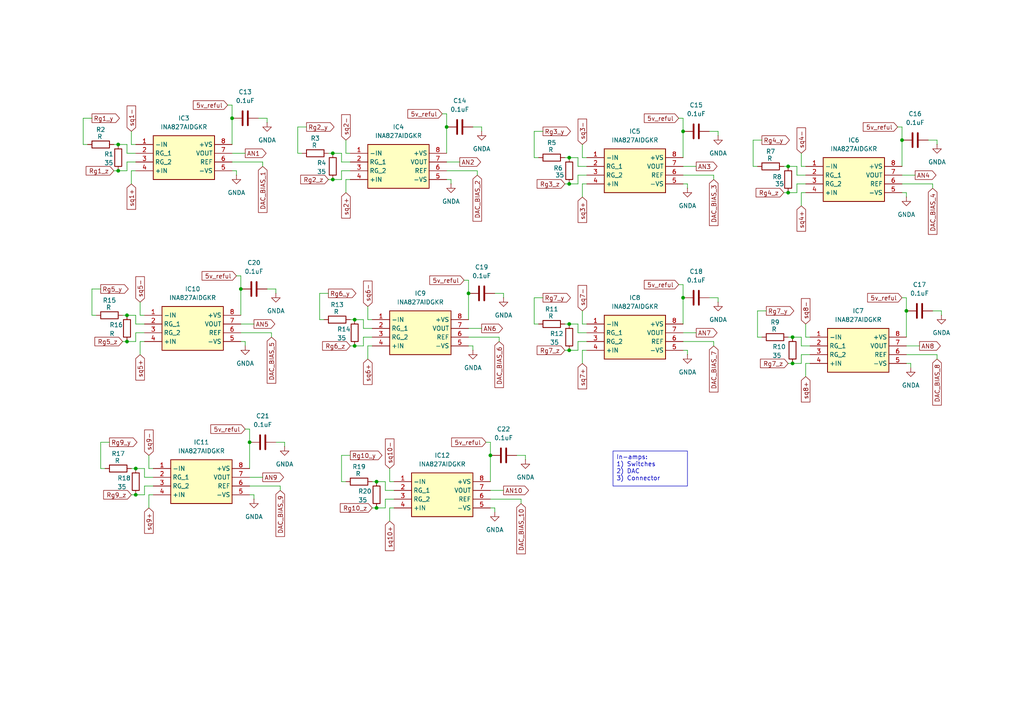
<source format=kicad_sch>
(kicad_sch (version 20231120) (generator "eeschema") (generator_version "8.0")
  (paper "A4")
  (lib_symbols
    (symbol "21xt_preamp-symbols:INA827AIDGKR"
      (property "Reference" "IC" (at 24.13 7.62 0))
      (property "Value" "INA827AIDGKR" (at 24.13 5.08 0))
      (symbol "INA827AIDGKR_1_1"
        (rectangle (start 5.08 2.54) (end 22.86 -10.16) (stroke (width 0.254)) (fill (type background)))
        (pin passive line (at 0 0 0) (length 5.08) (name "-IN") (number "1"))
        (pin passive line (at 0 -2.54 0) (length 5.08) (name "RG_1") (number "2"))
        (pin passive line (at 0 -5.08 0) (length 5.08) (name "RG_2") (number "3"))
        (pin passive line (at 0 -7.62 0) (length 5.08) (name "+IN") (number "4"))
        (pin passive line (at 27.94 -7.62 180) (length 5.08) (name "-VS") (number "5"))
        (pin passive line (at 27.94 -5.08 180) (length 5.08) (name "REF") (number "6"))
        (pin passive line (at 27.94 -2.54 180) (length 5.08) (name "VOUT") (number "7"))
        (pin passive line (at 27.94 0 180) (length 5.08) (name "+VS") (number "8"))
      )
    )
    (symbol "Device:C" (pin_numbers hide) (pin_names (offset 0.254))
      (property "Reference" "C" (at 0.635 2.54 0))
      (property "Value" "C" (at 0.635 -2.54 0))
      (symbol "C_0_1"
        (polyline (pts (xy -2.032 -0.762) (xy 2.032 -0.762)) (stroke (width 0.508)))
        (polyline (pts (xy -2.032 0.762) (xy 2.032 0.762)) (stroke (width 0.508)))
      )
      (symbol "C_1_1"
        (pin passive line (at 0 3.81 270) (length 2.794) (name "~") (number "1"))
        (pin passive line (at 0 -3.81 90) (length 2.794) (name "~") (number "2"))
      )
    )
    (symbol "Device:R" (pin_numbers hide) (pin_names (offset 0))
      (property "Reference" "R" (at 2.032 0 90))
      (property "Value" "R" (at 0 0 90))
      (symbol "R_0_1"
        (rectangle (start -1.016 -2.54) (end 1.016 2.54) (stroke (width 0.254)))
      )
      (symbol "R_1_1"
        (pin passive line (at 0 3.81 270) (length 1.27) (name "~") (number "1"))
        (pin passive line (at 0 -3.81 90) (length 1.27) (name "~") (number "2"))
      )
    )
    (symbol "power:GNDA" (power) (pin_numbers hide) (pin_names (offset 0) hide)
      (property "Value" "GNDA" (at 0 -3.81 0))
      (symbol "GNDA_0_1"
        (polyline (pts (xy 0 0) (xy 0 -1.27) (xy 1.27 -1.27) (xy 0 -2.54) (xy -1.27 -1.27) (xy 0 -1.27)))
      )
      (symbol "GNDA_1_1"
        (pin power_in line (at 0 0 270) (length 0) (name "~") (number "1"))
      )
    )
  )
  (junction (at 34.29 49.53))
  (junction (at 39.37 135.89))
  (junction (at 109.22 147.32))
  (junction (at 72.39 128.27))
  (junction (at 142.24 132.08))
  (junction (at 228.6 48.26))
  (junction (at 96.52 52.07))
  (junction (at 261.62 40.64))
  (junction (at 67.31 34.29))
  (junction (at 229.87 97.79))
  (junction (at 96.52 44.45))
  (junction (at 135.89 85.09))
  (junction (at 198.12 86.36))
  (junction (at 102.87 92.71))
  (junction (at 229.87 105.41))
  (junction (at 165.1 45.72))
  (junction (at 109.22 139.7))
  (junction (at 165.1 101.6))
  (junction (at 198.12 38.1))
  (junction (at 165.1 53.34))
  (junction (at 36.83 91.44))
  (junction (at 102.87 100.33))
  (junction (at 129.54 36.83))
  (junction (at 36.83 99.06))
  (junction (at 69.85 83.82))
  (junction (at 34.29 41.91))
  (junction (at 165.1 93.98))
  (junction (at 39.37 143.51))
  (junction (at 262.89 90.17))
  (junction (at 228.6 55.88))
  (wire (pts (xy 260.35 36.83) (xy 261.62 36.83)))
  (wire (pts (xy 82.55 128.27) (xy 82.55 129.54)))
  (wire (pts (xy 128.27 33.02) (xy 129.54 33.02)))
  (wire (pts (xy 167.64 99.06) (xy 167.64 101.6)))
  (wire (pts (xy 67.31 46.99) (xy 76.2 46.99)))
  (wire (pts (xy 167.64 96.52) (xy 167.64 93.98)))
  (wire (pts (xy 137.16 100.33) (xy 137.16 101.6)))
  (wire (pts (xy 233.68 53.34) (xy 231.14 53.34)))
  (wire (pts (xy 81.28 140.97) (xy 81.28 142.24)))
  (wire (pts (xy 135.89 95.25) (xy 139.7 95.25)))
  (wire (pts (xy 69.85 93.98) (xy 73.66 93.98)))
  (wire (pts (xy 29.21 128.27) (xy 31.75 128.27)))
  (wire (pts (xy 152.4 132.08) (xy 152.4 133.35)))
  (wire (pts (xy 140.97 128.27) (xy 142.24 128.27)))
  (wire (pts (xy 167.64 48.26) (xy 167.64 45.72)))
  (wire (pts (xy 66.04 30.48) (xy 67.31 30.48)))
  (wire (pts (xy 25.4 41.91) (xy 24.13 41.91)))
  (wire (pts (xy 111.76 142.24) (xy 111.76 139.7)))
  (wire (pts (xy 163.83 93.98) (xy 165.1 93.98)))
  (wire (pts (xy 137.16 36.83) (xy 139.7 36.83)))
  (wire (pts (xy 198.12 38.1) (xy 198.12 45.72)))
  (wire (pts (xy 261.62 55.88) (xy 262.89 55.88)))
  (wire (pts (xy 142.24 128.27) (xy 142.24 132.08)))
  (wire (pts (xy 101.6 46.99) (xy 99.06 46.99)))
  (wire (pts (xy 41.91 93.98) (xy 39.37 93.98)))
  (wire (pts (xy 69.85 80.01) (xy 69.85 83.82)))
  (wire (pts (xy 69.85 99.06) (xy 71.12 99.06)))
  (wire (pts (xy 271.78 102.87) (xy 271.78 104.14)))
  (wire (pts (xy 41.91 96.52) (xy 39.37 96.52)))
  (wire (pts (xy 273.05 90.17) (xy 273.05 91.44)))
  (wire (pts (xy 39.37 135.89) (xy 41.91 135.89)))
  (wire (pts (xy 72.39 143.51) (xy 73.66 143.51)))
  (wire (pts (xy 38.1 41.91) (xy 39.37 41.91)))
  (wire (pts (xy 107.95 97.79) (xy 105.41 97.79)))
  (wire (pts (xy 170.18 53.34) (xy 168.91 53.34)))
  (wire (pts (xy 114.3 142.24) (xy 111.76 142.24)))
  (wire (pts (xy 80.01 83.82) (xy 80.01 85.09)))
  (wire (pts (xy 167.64 50.8) (xy 167.64 53.34)))
  (wire (pts (xy 69.85 83.82) (xy 69.85 91.44)))
  (wire (pts (xy 198.12 48.26) (xy 201.93 48.26)))
  (wire (pts (xy 107.95 139.7) (xy 109.22 139.7)))
  (wire (pts (xy 135.89 97.79) (xy 144.78 97.79)))
  (wire (pts (xy 227.33 48.26) (xy 228.6 48.26)))
  (wire (pts (xy 36.83 46.99) (xy 36.83 49.53)))
  (wire (pts (xy 208.28 86.36) (xy 208.28 87.63)))
  (wire (pts (xy 228.6 97.79) (xy 229.87 97.79)))
  (wire (pts (xy 106.68 92.71) (xy 107.95 92.71)))
  (wire (pts (xy 36.83 49.53) (xy 34.29 49.53)))
  (wire (pts (xy 168.91 53.34) (xy 168.91 57.15)))
  (wire (pts (xy 101.6 49.53) (xy 99.06 49.53)))
  (wire (pts (xy 167.64 53.34) (xy 165.1 53.34)))
  (wire (pts (xy 101.6 52.07) (xy 100.33 52.07)))
  (wire (pts (xy 71.12 99.06) (xy 71.12 100.33)))
  (wire (pts (xy 144.78 97.79) (xy 144.78 99.06)))
  (wire (pts (xy 168.91 101.6) (xy 168.91 105.41)))
  (wire (pts (xy 72.39 140.97) (xy 81.28 140.97)))
  (wire (pts (xy 142.24 142.24) (xy 146.05 142.24)))
  (wire (pts (xy 232.41 100.33) (xy 232.41 97.79)))
  (wire (pts (xy 86.36 36.83) (xy 88.9 36.83)))
  (wire (pts (xy 38.1 49.53) (xy 38.1 53.34)))
  (wire (pts (xy 198.12 86.36) (xy 198.12 93.98)))
  (wire (pts (xy 35.56 91.44) (xy 36.83 91.44)))
  (wire (pts (xy 114.3 144.78) (xy 111.76 144.78)))
  (wire (pts (xy 111.76 144.78) (xy 111.76 147.32)))
  (wire (pts (xy 262.89 90.17) (xy 262.89 97.79)))
  (wire (pts (xy 199.39 53.34) (xy 199.39 54.61)))
  (wire (pts (xy 30.48 135.89) (xy 29.21 135.89)))
  (wire (pts (xy 107.95 95.25) (xy 105.41 95.25)))
  (wire (pts (xy 232.41 102.87) (xy 232.41 105.41)))
  (wire (pts (xy 134.62 81.28) (xy 135.89 81.28)))
  (wire (pts (xy 26.67 91.44) (xy 26.67 83.82)))
  (wire (pts (xy 113.03 139.7) (xy 114.3 139.7)))
  (wire (pts (xy 41.91 140.97) (xy 41.91 143.51)))
  (wire (pts (xy 105.41 97.79) (xy 105.41 100.33)))
  (wire (pts (xy 99.06 46.99) (xy 99.06 44.45)))
  (wire (pts (xy 232.41 105.41) (xy 229.87 105.41)))
  (wire (pts (xy 100.33 40.64) (xy 100.33 44.45)))
  (wire (pts (xy 39.37 93.98) (xy 39.37 91.44)))
  (wire (pts (xy 229.87 97.79) (xy 232.41 97.79)))
  (wire (pts (xy 170.18 101.6) (xy 168.91 101.6)))
  (wire (pts (xy 234.95 105.41) (xy 233.68 105.41)))
  (wire (pts (xy 43.18 132.08) (xy 43.18 135.89)))
  (wire (pts (xy 262.89 102.87) (xy 271.78 102.87)))
  (wire (pts (xy 198.12 34.29) (xy 198.12 38.1)))
  (wire (pts (xy 74.93 34.29) (xy 77.47 34.29)))
  (wire (pts (xy 68.58 80.01) (xy 69.85 80.01)))
  (wire (pts (xy 168.91 41.91) (xy 168.91 45.72)))
  (wire (pts (xy 229.87 105.41) (xy 228.6 105.41)))
  (wire (pts (xy 99.06 139.7) (xy 99.06 132.08)))
  (wire (pts (xy 38.1 135.89) (xy 39.37 135.89)))
  (wire (pts (xy 142.24 132.08) (xy 142.24 139.7)))
  (wire (pts (xy 100.33 44.45) (xy 101.6 44.45)))
  (wire (pts (xy 71.12 124.46) (xy 72.39 124.46)))
  (wire (pts (xy 261.62 40.64) (xy 261.62 48.26)))
  (wire (pts (xy 218.44 48.26) (xy 218.44 40.64)))
  (wire (pts (xy 165.1 53.34) (xy 163.83 53.34)))
  (wire (pts (xy 24.13 34.29) (xy 26.67 34.29)))
  (wire (pts (xy 101.6 92.71) (xy 102.87 92.71)))
  (wire (pts (xy 233.68 93.98) (xy 233.68 97.79)))
  (wire (pts (xy 264.16 105.41) (xy 264.16 106.68)))
  (wire (pts (xy 207.01 50.8) (xy 207.01 52.07)))
  (wire (pts (xy 38.1 38.1) (xy 38.1 41.91)))
  (wire (pts (xy 41.91 99.06) (xy 40.64 99.06)))
  (wire (pts (xy 86.36 44.45) (xy 86.36 36.83)))
  (wire (pts (xy 39.37 44.45) (xy 36.83 44.45)))
  (wire (pts (xy 67.31 44.45) (xy 71.12 44.45)))
  (wire (pts (xy 198.12 82.55) (xy 198.12 86.36)))
  (wire (pts (xy 26.67 83.82) (xy 29.21 83.82)))
  (wire (pts (xy 219.71 90.17) (xy 222.25 90.17)))
  (wire (pts (xy 156.21 93.98) (xy 154.94 93.98)))
  (wire (pts (xy 198.12 96.52) (xy 201.93 96.52)))
  (wire (pts (xy 102.87 100.33) (xy 101.6 100.33)))
  (wire (pts (xy 106.68 88.9) (xy 106.68 92.71)))
  (wire (pts (xy 170.18 50.8) (xy 167.64 50.8)))
  (wire (pts (xy 130.81 52.07) (xy 130.81 53.34)))
  (wire (pts (xy 165.1 93.98) (xy 167.64 93.98)))
  (wire (pts (xy 219.71 48.26) (xy 218.44 48.26)))
  (wire (pts (xy 129.54 33.02) (xy 129.54 36.83)))
  (wire (pts (xy 105.41 95.25) (xy 105.41 92.71)))
  (wire (pts (xy 92.71 85.09) (xy 95.25 85.09)))
  (wire (pts (xy 234.95 102.87) (xy 232.41 102.87)))
  (wire (pts (xy 93.98 92.71) (xy 92.71 92.71)))
  (wire (pts (xy 111.76 147.32) (xy 109.22 147.32)))
  (wire (pts (xy 40.64 91.44) (xy 41.91 91.44)))
  (wire (pts (xy 198.12 53.34) (xy 199.39 53.34)))
  (wire (pts (xy 105.41 100.33) (xy 102.87 100.33)))
  (wire (pts (xy 163.83 45.72) (xy 165.1 45.72)))
  (wire (pts (xy 80.01 128.27) (xy 82.55 128.27)))
  (wire (pts (xy 154.94 93.98) (xy 154.94 86.36)))
  (wire (pts (xy 262.89 86.36) (xy 262.89 90.17)))
  (wire (pts (xy 139.7 36.83) (xy 139.7 38.1)))
  (wire (pts (xy 107.95 100.33) (xy 106.68 100.33)))
  (wire (pts (xy 129.54 49.53) (xy 138.43 49.53)))
  (wire (pts (xy 39.37 143.51) (xy 38.1 143.51)))
  (wire (pts (xy 228.6 48.26) (xy 231.14 48.26)))
  (wire (pts (xy 100.33 52.07) (xy 100.33 55.88)))
  (wire (pts (xy 142.24 144.78) (xy 151.13 144.78)))
  (wire (pts (xy 114.3 147.32) (xy 113.03 147.32)))
  (wire (pts (xy 78.74 96.52) (xy 78.74 97.79)))
  (wire (pts (xy 269.24 40.64) (xy 271.78 40.64)))
  (wire (pts (xy 261.62 86.36) (xy 262.89 86.36)))
  (wire (pts (xy 199.39 101.6) (xy 199.39 102.87)))
  (wire (pts (xy 270.51 53.34) (xy 270.51 54.61)))
  (wire (pts (xy 168.91 93.98) (xy 170.18 93.98)))
  (wire (pts (xy 44.45 138.43) (xy 41.91 138.43)))
  (wire (pts (xy 261.62 53.34) (xy 270.51 53.34)))
  (wire (pts (xy 220.98 97.79) (xy 219.71 97.79)))
  (wire (pts (xy 44.45 143.51) (xy 43.18 143.51)))
  (wire (pts (xy 228.6 55.88) (xy 227.33 55.88)))
  (wire (pts (xy 165.1 101.6) (xy 163.83 101.6)))
  (wire (pts (xy 129.54 46.99) (xy 133.35 46.99)))
  (wire (pts (xy 205.74 38.1) (xy 208.28 38.1)))
  (wire (pts (xy 198.12 101.6) (xy 199.39 101.6)))
  (wire (pts (xy 170.18 96.52) (xy 167.64 96.52)))
  (wire (pts (xy 43.18 143.51) (xy 43.18 147.32)))
  (wire (pts (xy 262.89 55.88) (xy 262.89 57.15)))
  (wire (pts (xy 165.1 45.72) (xy 167.64 45.72)))
  (wire (pts (xy 196.85 82.55) (xy 198.12 82.55)))
  (wire (pts (xy 109.22 147.32) (xy 107.95 147.32)))
  (wire (pts (xy 44.45 140.97) (xy 41.91 140.97)))
  (wire (pts (xy 219.71 97.79) (xy 219.71 90.17)))
  (wire (pts (xy 231.14 50.8) (xy 231.14 48.26)))
  (wire (pts (xy 39.37 46.99) (xy 36.83 46.99)))
  (wire (pts (xy 232.41 48.26) (xy 233.68 48.26)))
  (wire (pts (xy 36.83 91.44) (xy 39.37 91.44)))
  (wire (pts (xy 27.94 91.44) (xy 26.67 91.44)))
  (wire (pts (xy 233.68 50.8) (xy 231.14 50.8)))
  (wire (pts (xy 233.68 97.79) (xy 234.95 97.79)))
  (wire (pts (xy 40.64 87.63) (xy 40.64 91.44)))
  (wire (pts (xy 68.58 49.53) (xy 68.58 50.8)))
  (wire (pts (xy 129.54 52.07) (xy 130.81 52.07)))
  (wire (pts (xy 77.47 83.82) (xy 80.01 83.82)))
  (wire (pts (xy 129.54 36.83) (xy 129.54 44.45)))
  (wire (pts (xy 34.29 41.91) (xy 36.83 41.91)))
  (wire (pts (xy 232.41 44.45) (xy 232.41 48.26)))
  (wire (pts (xy 39.37 49.53) (xy 38.1 49.53)))
  (wire (pts (xy 151.13 144.78) (xy 151.13 146.05)))
  (wire (pts (xy 96.52 52.07) (xy 95.25 52.07)))
  (wire (pts (xy 67.31 30.48) (xy 67.31 34.29)))
  (wire (pts (xy 170.18 99.06) (xy 167.64 99.06)))
  (wire (pts (xy 135.89 81.28) (xy 135.89 85.09)))
  (wire (pts (xy 270.51 90.17) (xy 273.05 90.17)))
  (wire (pts (xy 207.01 99.06) (xy 207.01 100.33)))
  (wire (pts (xy 99.06 52.07) (xy 96.52 52.07)))
  (wire (pts (xy 106.68 100.33) (xy 106.68 104.14)))
  (wire (pts (xy 208.28 38.1) (xy 208.28 39.37)))
  (wire (pts (xy 198.12 99.06) (xy 207.01 99.06)))
  (wire (pts (xy 231.14 55.88) (xy 228.6 55.88)))
  (wire (pts (xy 234.95 100.33) (xy 232.41 100.33)))
  (wire (pts (xy 72.39 138.43) (xy 76.2 138.43)))
  (wire (pts (xy 102.87 92.71) (xy 105.41 92.71)))
  (wire (pts (xy 96.52 44.45) (xy 99.06 44.45)))
  (wire (pts (xy 73.66 143.51) (xy 73.66 144.78)))
  (wire (pts (xy 149.86 132.08) (xy 152.4 132.08)))
  (wire (pts (xy 262.89 105.41) (xy 264.16 105.41)))
  (wire (pts (xy 92.71 92.71) (xy 92.71 85.09)))
  (wire (pts (xy 36.83 44.45) (xy 36.83 41.91)))
  (wire (pts (xy 232.41 55.88) (xy 232.41 59.69)))
  (wire (pts (xy 72.39 124.46) (xy 72.39 128.27)))
  (wire (pts (xy 167.64 101.6) (xy 165.1 101.6)))
  (wire (pts (xy 69.85 96.52) (xy 78.74 96.52)))
  (wire (pts (xy 29.21 135.89) (xy 29.21 128.27)))
  (wire (pts (xy 142.24 147.32) (xy 143.51 147.32)))
  (wire (pts (xy 41.91 138.43) (xy 41.91 135.89)))
  (wire (pts (xy 95.25 44.45) (xy 96.52 44.45)))
  (wire (pts (xy 205.74 86.36) (xy 208.28 86.36)))
  (wire (pts (xy 87.63 44.45) (xy 86.36 44.45)))
  (wire (pts (xy 100.33 139.7) (xy 99.06 139.7)))
  (wire (pts (xy 99.06 49.53) (xy 99.06 52.07)))
  (wire (pts (xy 34.29 49.53) (xy 33.02 49.53)))
  (wire (pts (xy 262.89 100.33) (xy 266.7 100.33)))
  (wire (pts (xy 156.21 45.72) (xy 154.94 45.72)))
  (wire (pts (xy 77.47 34.29) (xy 77.47 35.56)))
  (wire (pts (xy 43.18 135.89) (xy 44.45 135.89)))
  (wire (pts (xy 138.43 49.53) (xy 138.43 50.8)))
  (wire (pts (xy 233.68 55.88) (xy 232.41 55.88)))
  (wire (pts (xy 41.91 143.51) (xy 39.37 143.51)))
  (wire (pts (xy 36.83 99.06) (xy 35.56 99.06)))
  (wire (pts (xy 154.94 45.72) (xy 154.94 38.1)))
  (wire (pts (xy 99.06 132.08) (xy 101.6 132.08)))
  (wire (pts (xy 143.51 147.32) (xy 143.51 148.59)))
  (wire (pts (xy 170.18 48.26) (xy 167.64 48.26)))
  (wire (pts (xy 271.78 40.64) (xy 271.78 41.91)))
  (wire (pts (xy 196.85 34.29) (xy 198.12 34.29)))
  (wire (pts (xy 135.89 100.33) (xy 137.16 100.33)))
  (wire (pts (xy 135.89 85.09) (xy 135.89 92.71)))
  (wire (pts (xy 67.31 49.53) (xy 68.58 49.53)))
  (wire (pts (xy 33.02 41.91) (xy 34.29 41.91)))
  (wire (pts (xy 233.68 105.41) (xy 233.68 109.22)))
  (wire (pts (xy 24.13 41.91) (xy 24.13 34.29)))
  (wire (pts (xy 146.05 85.09) (xy 146.05 86.36)))
  (wire (pts (xy 261.62 36.83) (xy 261.62 40.64)))
  (wire (pts (xy 113.03 135.89) (xy 113.03 139.7)))
  (wire (pts (xy 67.31 34.29) (xy 67.31 41.91)))
  (wire (pts (xy 143.51 85.09) (xy 146.05 85.09)))
  (wire (pts (xy 168.91 45.72) (xy 170.18 45.72)))
  (wire (pts (xy 261.62 50.8) (xy 265.43 50.8)))
  (wire (pts (xy 198.12 50.8) (xy 207.01 50.8)))
  (wire (pts (xy 231.14 53.34) (xy 231.14 55.88)))
  (wire (pts (xy 168.91 90.17) (xy 168.91 93.98)))
  (wire (pts (xy 154.94 86.36) (xy 157.48 86.36)))
  (wire (pts (xy 154.94 38.1) (xy 157.48 38.1)))
  (wire (pts (xy 40.64 99.06) (xy 40.64 102.87)))
  (wire (pts (xy 218.44 40.64) (xy 220.98 40.64)))
  (wire (pts (xy 113.03 147.32) (xy 113.03 151.13)))
  (wire (pts (xy 72.39 128.27) (xy 72.39 135.89)))
  (wire (pts (xy 109.22 139.7) (xy 111.76 139.7)))
  (wire (pts (xy 39.37 96.52) (xy 39.37 99.06)))
  (wire (pts (xy 76.2 46.99) (xy 76.2 48.26)))
  (wire (pts (xy 39.37 99.06) (xy 36.83 99.06)))
  (text_box "In-amps:\n1) Switches\n2) DAC\n3) Connector" (at 177.8 130.81 0) (size 21.59 10.16) (effects (font (size 1.27 1.27)) (justify left top)))
  (global_label "5v_reful" (shape input) (at 134.62 81.28 180) (property "Intersheetrefs" "${INTERSHEET_REFS}" (effects (hide yes))))
  (global_label "AN4" (shape output) (at 265.43 50.8 0) (property "Intersheetrefs" "${INTERSHEET_REFS}" (effects (hide yes))))
  (global_label "sq10-" (shape input) (at 113.03 135.89 90) (property "Intersheetrefs" "${INTERSHEET_REFS}" (effects (hide yes))))
  (global_label "sq7-" (shape input) (at 168.91 90.17 90) (property "Intersheetrefs" "${INTERSHEET_REFS}" (effects (hide yes))))
  (global_label "DAC_BIAS_8" (shape input) (at 271.78 104.14 270) (property "Intersheetrefs" "${INTERSHEET_REFS}" (effects (hide yes))))
  (global_label "DAC_BIAS_10" (shape input) (at 151.13 146.05 270) (property "Intersheetrefs" "${INTERSHEET_REFS}" (effects (hide yes))))
  (global_label "DAC_BIAS_2" (shape input) (at 138.43 50.8 270) (property "Intersheetrefs" "${INTERSHEET_REFS}" (effects (hide yes))))
  (global_label "Rg5_z" (shape input) (at 35.56 99.06 180) (property "Intersheetrefs" "${INTERSHEET_REFS}" (effects (hide yes))))
  (global_label "sq9-" (shape input) (at 43.18 132.08 90) (property "Intersheetrefs" "${INTERSHEET_REFS}" (effects (hide yes))))
  (global_label "sq5-" (shape input) (at 40.64 87.63 90) (property "Intersheetrefs" "${INTERSHEET_REFS}" (effects (hide yes))))
  (global_label "5v_reful" (shape input) (at 68.58 80.01 180) (property "Intersheetrefs" "${INTERSHEET_REFS}" (effects (hide yes))))
  (global_label "DAC_BIAS_3" (shape input) (at 207.01 52.07 270) (property "Intersheetrefs" "${INTERSHEET_REFS}" (effects (hide yes))))
  (global_label "sq6-" (shape input) (at 106.68 88.9 90) (property "Intersheetrefs" "${INTERSHEET_REFS}" (effects (hide yes))))
  (global_label "Rg2_y" (shape output) (at 88.9 36.83 0) (property "Intersheetrefs" "${INTERSHEET_REFS}" (effects (hide yes))))
  (global_label "Rg7_y" (shape output) (at 157.48 86.36 0) (property "Intersheetrefs" "${INTERSHEET_REFS}" (effects (hide yes))))
  (global_label "sq10+" (shape input) (at 113.03 151.13 270) (property "Intersheetrefs" "${INTERSHEET_REFS}" (effects (hide yes))))
  (global_label "DAC_BIAS_4" (shape input) (at 270.51 54.61 270) (property "Intersheetrefs" "${INTERSHEET_REFS}" (effects (hide yes))))
  (global_label "AN5" (shape output) (at 73.66 93.98 0) (property "Intersheetrefs" "${INTERSHEET_REFS}" (effects (hide yes))))
  (global_label "AN3" (shape output) (at 201.93 48.26 0) (property "Intersheetrefs" "${INTERSHEET_REFS}" (effects (hide yes))))
  (global_label "Rg4_y" (shape output) (at 220.98 40.64 0) (property "Intersheetrefs" "${INTERSHEET_REFS}" (effects (hide yes))))
  (global_label "DAC_BIAS_1" (shape input) (at 76.2 48.26 270) (property "Intersheetrefs" "${INTERSHEET_REFS}" (effects (hide yes))))
  (global_label "AN9" (shape output) (at 76.2 138.43 0) (property "Intersheetrefs" "${INTERSHEET_REFS}" (effects (hide yes))))
  (global_label "DAC_BIAS_9" (shape input) (at 81.28 142.24 270) (property "Intersheetrefs" "${INTERSHEET_REFS}" (effects (hide yes))))
  (global_label "sq8+" (shape input) (at 233.68 109.22 270) (property "Intersheetrefs" "${INTERSHEET_REFS}" (effects (hide yes))))
  (global_label "Rg2_z" (shape input) (at 95.25 52.07 180) (property "Intersheetrefs" "${INTERSHEET_REFS}" (effects (hide yes))))
  (global_label "AN6" (shape output) (at 139.7 95.25 0) (property "Intersheetrefs" "${INTERSHEET_REFS}" (effects (hide yes))))
  (global_label "sq4+" (shape input) (at 232.41 59.69 270) (property "Intersheetrefs" "${INTERSHEET_REFS}" (effects (hide yes))))
  (global_label "Rg1_y" (shape output) (at 26.67 34.29 0) (property "Intersheetrefs" "${INTERSHEET_REFS}" (effects (hide yes))))
  (global_label "5v_reful" (shape input) (at 128.27 33.02 180) (property "Intersheetrefs" "${INTERSHEET_REFS}" (effects (hide yes))))
  (global_label "AN1" (shape output) (at 71.12 44.45 0) (property "Intersheetrefs" "${INTERSHEET_REFS}" (effects (hide yes))))
  (global_label "sq5+" (shape input) (at 40.64 102.87 270) (property "Intersheetrefs" "${INTERSHEET_REFS}" (effects (hide yes))))
  (global_label "sq7+" (shape input) (at 168.91 105.41 270) (property "Intersheetrefs" "${INTERSHEET_REFS}" (effects (hide yes))))
  (global_label "DAC_BIAS_6" (shape input) (at 144.78 99.06 270) (property "Intersheetrefs" "${INTERSHEET_REFS}" (effects (hide yes))))
  (global_label "Rg10_z" (shape input) (at 107.95 147.32 180) (property "Intersheetrefs" "${INTERSHEET_REFS}" (effects (hide yes))))
  (global_label "sq3+" (shape input) (at 168.91 57.15 270) (property "Intersheetrefs" "${INTERSHEET_REFS}" (effects (hide yes))))
  (global_label "Rg4_z" (shape input) (at 227.33 55.88 180) (property "Intersheetrefs" "${INTERSHEET_REFS}" (effects (hide yes))))
  (global_label "sq2-" (shape input) (at 100.33 40.64 90) (property "Intersheetrefs" "${INTERSHEET_REFS}" (effects (hide yes))))
  (global_label "sq8-" (shape input) (at 233.68 93.98 90) (property "Intersheetrefs" "${INTERSHEET_REFS}" (effects (hide yes))))
  (global_label "5v_reful" (shape input) (at 140.97 128.27 180) (property "Intersheetrefs" "${INTERSHEET_REFS}" (effects (hide yes))))
  (global_label "DAC_BIAS_5" (shape input) (at 78.74 97.79 270) (property "Intersheetrefs" "${INTERSHEET_REFS}" (effects (hide yes))))
  (global_label "Rg3_y" (shape output) (at 157.48 38.1 0) (property "Intersheetrefs" "${INTERSHEET_REFS}" (effects (hide yes))))
  (global_label "AN8" (shape output) (at 266.7 100.33 0) (property "Intersheetrefs" "${INTERSHEET_REFS}" (effects (hide yes))))
  (global_label "5v_reful" (shape input) (at 66.04 30.48 180) (property "Intersheetrefs" "${INTERSHEET_REFS}" (effects (hide yes))))
  (global_label "5v_reful" (shape input) (at 71.12 124.46 180) (property "Intersheetrefs" "${INTERSHEET_REFS}" (effects (hide yes))))
  (global_label "5v_reful" (shape input) (at 260.35 36.83 180) (property "Intersheetrefs" "${INTERSHEET_REFS}" (effects (hide yes))))
  (global_label "Rg7_z" (shape input) (at 163.83 101.6 180) (property "Intersheetrefs" "${INTERSHEET_REFS}" (effects (hide yes))))
  (global_label "AN7" (shape output) (at 201.93 96.52 0) (property "Intersheetrefs" "${INTERSHEET_REFS}" (effects (hide yes))))
  (global_label "Rg3_z" (shape input) (at 163.83 53.34 180) (property "Intersheetrefs" "${INTERSHEET_REFS}" (effects (hide yes))))
  (global_label "Rg9_y" (shape output) (at 31.75 128.27 0) (property "Intersheetrefs" "${INTERSHEET_REFS}" (effects (hide yes))))
  (global_label "5v_reful" (shape input) (at 261.62 86.36 180) (property "Intersheetrefs" "${INTERSHEET_REFS}" (effects (hide yes))))
  (global_label "sq1-" (shape input) (at 38.1 38.1 90) (property "Intersheetrefs" "${INTERSHEET_REFS}" (effects (hide yes))))
  (global_label "5v_reful" (shape input) (at 196.85 34.29 180) (property "Intersheetrefs" "${INTERSHEET_REFS}" (effects (hide yes))))
  (global_label "sq6+" (shape input) (at 106.68 104.14 270) (property "Intersheetrefs" "${INTERSHEET_REFS}" (effects (hide yes))))
  (global_label "Rg1_z" (shape input) (at 33.02 49.53 180) (property "Intersheetrefs" "${INTERSHEET_REFS}" (effects (hide yes))))
  (global_label "Rg9_z" (shape input) (at 38.1 143.51 180) (property "Intersheetrefs" "${INTERSHEET_REFS}" (effects (hide yes))))
  (global_label "sq1+" (shape input) (at 38.1 53.34 270) (property "Intersheetrefs" "${INTERSHEET_REFS}" (effects (hide yes))))
  (global_label "sq9+" (shape input) (at 43.18 147.32 270) (property "Intersheetrefs" "${INTERSHEET_REFS}" (effects (hide yes))))
  (global_label "sq2+" (shape input) (at 100.33 55.88 270) (property "Intersheetrefs" "${INTERSHEET_REFS}" (effects (hide yes))))
  (global_label "Rg10_y" (shape output) (at 101.6 132.08 0) (property "Intersheetrefs" "${INTERSHEET_REFS}" (effects (hide yes))))
  (global_label "Rg6_y" (shape output) (at 95.25 85.09 0) (property "Intersheetrefs" "${INTERSHEET_REFS}" (effects (hide yes))))
  (global_label "Rg6_z" (shape input) (at 101.6 100.33 180) (property "Intersheetrefs" "${INTERSHEET_REFS}" (effects (hide yes))))
  (global_label "DAC_BIAS_7" (shape input) (at 207.01 100.33 270) (property "Intersheetrefs" "${INTERSHEET_REFS}" (effects (hide yes))))
  (global_label "AN2" (shape output) (at 133.35 46.99 0) (property "Intersheetrefs" "${INTERSHEET_REFS}" (effects (hide yes))))
  (global_label "Rg5_y" (shape output) (at 29.21 83.82 0) (property "Intersheetrefs" "${INTERSHEET_REFS}" (effects (hide yes))))
  (global_label "Rg7_z" (shape input) (at 228.6 105.41 180) (property "Intersheetrefs" "${INTERSHEET_REFS}" (effects (hide yes))))
  (global_label "sq4-" (shape input) (at 232.41 44.45 90) (property "Intersheetrefs" "${INTERSHEET_REFS}" (effects (hide yes))))
  (global_label "Rg7_y" (shape output) (at 222.25 90.17 0) (property "Intersheetrefs" "${INTERSHEET_REFS}" (effects (hide yes))))
  (global_label "5v_reful" (shape input) (at 196.85 82.55 180) (property "Intersheetrefs" "${INTERSHEET_REFS}" (effects (hide yes))))
  (global_label "AN10" (shape output) (at 146.05 142.24 0) (property "Intersheetrefs" "${INTERSHEET_REFS}" (effects (hide yes))))
  (global_label "sq3-" (shape input) (at 168.91 41.91 90) (property "Intersheetrefs" "${INTERSHEET_REFS}" (effects (hide yes))))
  (symbol (lib_id "21xt_preamp-symbols:INA827AIDGKR") (at 233.68 48.26 0) (unit 1)
    (property "Reference" "IC6" (at 247.65 40.64 0))
    (property "Value" "INA827AIDGKR" (at 247.65 43.18 0))
    (property "Footprint" "pre_amp_footprint_lib:INA827AIDGKR_footprint" (effects (hide yes)))
    (property "Datasheet" "http://www.ti.com/lit/gpn/ina827" (effects (hide yes)))
    (property "Description" "Precision, G>5, 200uA, 2.7-V to 36-V Supply Instrumentation Amplifier" (effects (hide yes)))
    (property "Height" "1.1" (effects (hide yes)))
    (property "Mouser Part Number" "595-INA827AIDGKR" (effects (hide yes)))
    (property "Mouser Price/Stock" "https://www.mouser.co.uk/ProductDetail/Texas-Instruments/INA827AIDGKR?qs=4whTb%2F0XQMgdvlJQVAX%252BJg%3D%3D" (effects (hide yes)))
    (property "Manufacturer_Name" "Texas Instruments" (effects (hide yes)))
    (property "Manufacturer_Part_Number" "INA827AIDGKR" (effects (hide yes)))
  )
  (symbol (lib_id "Device:R") (at 29.21 41.91 270) (unit 1)
    (property "Reference" "R2" (at 29.21 37.592 90))
    (property "Value" "R" (at 28.956 39.624 90))
    (property "Description" "Resistor" (effects (hide yes)))
  )
  (symbol (lib_id "21xt_preamp-symbols:INA827AIDGKR") (at 170.18 93.98 0) (unit 1)
    (property "Reference" "IC8" (at 184.15 86.36 0))
    (property "Value" "INA827AIDGKR" (at 184.15 88.9 0))
    (property "Footprint" "pre_amp_footprint_lib:INA827AIDGKR_footprint" (effects (hide yes)))
    (property "Datasheet" "http://www.ti.com/lit/gpn/ina827" (effects (hide yes)))
    (property "Description" "Precision, G>5, 200uA, 2.7-V to 36-V Supply Instrumentation Amplifier" (effects (hide yes)))
    (property "Height" "1.1" (effects (hide yes)))
    (property "Mouser Part Number" "595-INA827AIDGKR" (effects (hide yes)))
    (property "Mouser Price/Stock" "https://www.mouser.co.uk/ProductDetail/Texas-Instruments/INA827AIDGKR?qs=4whTb%2F0XQMgdvlJQVAX%252BJg%3D%3D" (effects (hide yes)))
    (property "Manufacturer_Name" "Texas Instruments" (effects (hide yes)))
    (property "Manufacturer_Part_Number" "INA827AIDGKR" (effects (hide yes)))
  )
  (symbol (lib_id "Device:R") (at 165.1 97.79 0) (unit 1)
    (property "Reference" "R12" (at 159.512 96.774 0) (effects (justify left)))
    (property "Value" "35" (at 159.512 99.314 0) (effects (justify left)))
    (property "Description" "Resistor" (effects (hide yes)))
  )
  (symbol (lib_id "Device:R") (at 160.02 93.98 270) (unit 1)
    (property "Reference" "R11" (at 160.02 89.662 90))
    (property "Value" "R" (at 159.766 91.694 90))
    (property "Description" "Resistor" (effects (hide yes)))
  )
  (symbol (lib_id "power:GNDA") (at 130.81 53.34 0) (unit 1)
    (property "Reference" "#PWR022" (effects (hide yes)))
    (property "Value" "GNDA" (at 130.81 58.42 0))
    (property "Description" "Power symbol creates a global label with name \"GNDA\" , analog ground" (effects (hide yes)))
  )
  (symbol (lib_id "Device:R") (at 96.52 48.26 0) (unit 1)
    (property "Reference" "R4" (at 91.948 47.244 0) (effects (justify left)))
    (property "Value" "35" (at 91.948 49.784 0) (effects (justify left)))
    (property "Description" "Resistor" (effects (hide yes)))
  )
  (symbol (lib_id "21xt_preamp-symbols:INA827AIDGKR") (at 44.45 135.89 0) (unit 1)
    (property "Reference" "IC11" (at 58.42 128.27 0))
    (property "Value" "INA827AIDGKR" (at 58.42 130.81 0))
    (property "Footprint" "pre_amp_footprint_lib:INA827AIDGKR_footprint" (effects (hide yes)))
    (property "Datasheet" "http://www.ti.com/lit/gpn/ina827" (effects (hide yes)))
    (property "Description" "Precision, G>5, 200uA, 2.7-V to 36-V Supply Instrumentation Amplifier" (effects (hide yes)))
    (property "Height" "1.1" (effects (hide yes)))
    (property "Mouser Part Number" "595-INA827AIDGKR" (effects (hide yes)))
    (property "Mouser Price/Stock" "https://www.mouser.co.uk/ProductDetail/Texas-Instruments/INA827AIDGKR?qs=4whTb%2F0XQMgdvlJQVAX%252BJg%3D%3D" (effects (hide yes)))
    (property "Manufacturer_Name" "Texas Instruments" (effects (hide yes)))
    (property "Manufacturer_Part_Number" "INA827AIDGKR" (effects (hide yes)))
  )
  (symbol (lib_id "power:GNDA") (at 273.05 91.44 0) (unit 1)
    (property "Reference" "#PWR029" (effects (hide yes)))
    (property "Value" "GNDA" (at 273.05 96.52 0))
    (property "Description" "Power symbol creates a global label with name \"GNDA\" , analog ground" (effects (hide yes)))
  )
  (symbol (lib_id "power:GNDA") (at 199.39 54.61 0) (unit 1)
    (property "Reference" "#PWR024" (effects (hide yes)))
    (property "Value" "GNDA" (at 199.39 59.69 0))
    (property "Description" "Power symbol creates a global label with name \"GNDA\" , analog ground" (effects (hide yes)))
  )
  (symbol (lib_id "power:GNDA") (at 264.16 106.68 0) (unit 1)
    (property "Reference" "#PWR028" (effects (hide yes)))
    (property "Value" "GNDA" (at 264.16 111.76 0))
    (property "Description" "Power symbol creates a global label with name \"GNDA\" , analog ground" (effects (hide yes)))
  )
  (symbol (lib_id "Device:C") (at 76.2 128.27 90) (unit 1)
    (property "Reference" "C21" (at 76.2 120.65 90))
    (property "Value" "0.1uF" (at 76.2 123.19 90))
    (property "Description" "Unpolarized capacitor" (effects (hide yes)))
  )
  (symbol (lib_id "Device:C") (at 146.05 132.08 90) (unit 1)
    (property "Reference" "C22" (at 146.05 124.46 90))
    (property "Value" "0.1uF" (at 146.05 127 90))
    (property "Description" "Unpolarized capacitor" (effects (hide yes)))
  )
  (symbol (lib_id "Device:C") (at 73.66 83.82 90) (unit 1)
    (property "Reference" "C20" (at 73.66 76.2 90))
    (property "Value" "0.1uF" (at 73.66 78.74 90))
    (property "Description" "Unpolarized capacitor" (effects (hide yes)))
  )
  (symbol (lib_id "power:GNDA") (at 208.28 87.63 0) (unit 1)
    (property "Reference" "#PWR031" (effects (hide yes)))
    (property "Value" "GNDA" (at 208.28 92.71 0))
    (property "Description" "Power symbol creates a global label with name \"GNDA\" , analog ground" (effects (hide yes)))
  )
  (symbol (lib_id "21xt_preamp-symbols:INA827AIDGKR") (at 234.95 97.79 0) (unit 1)
    (property "Reference" "IC7" (at 248.92 90.17 0))
    (property "Value" "INA827AIDGKR" (at 248.92 92.71 0))
    (property "Footprint" "pre_amp_footprint_lib:INA827AIDGKR_footprint" (effects (hide yes)))
    (property "Datasheet" "http://www.ti.com/lit/gpn/ina827" (effects (hide yes)))
    (property "Description" "Precision, G>5, 200uA, 2.7-V to 36-V Supply Instrumentation Amplifier" (effects (hide yes)))
    (property "Height" "1.1" (effects (hide yes)))
    (property "Mouser Part Number" "595-INA827AIDGKR" (effects (hide yes)))
    (property "Mouser Price/Stock" "https://www.mouser.co.uk/ProductDetail/Texas-Instruments/INA827AIDGKR?qs=4whTb%2F0XQMgdvlJQVAX%252BJg%3D%3D" (effects (hide yes)))
    (property "Manufacturer_Name" "Texas Instruments" (effects (hide yes)))
    (property "Manufacturer_Part_Number" "INA827AIDGKR" (effects (hide yes)))
  )
  (symbol (lib_id "Device:R") (at 165.1 49.53 0) (unit 1)
    (property "Reference" "R6" (at 160.528 48.768 0) (effects (justify left)))
    (property "Value" "35" (at 161.036 50.8 0) (effects (justify left)))
    (property "Description" "Resistor" (effects (hide yes)))
  )
  (symbol (lib_id "Device:R") (at 160.02 45.72 270) (unit 1)
    (property "Reference" "R5" (at 160.02 41.402 90))
    (property "Value" "R" (at 159.766 43.434 90))
    (property "Description" "Resistor" (effects (hide yes)))
  )
  (symbol (lib_id "Device:R") (at 229.87 101.6 0) (unit 1)
    (property "Reference" "R10" (at 224.028 100.584 0) (effects (justify left)))
    (property "Value" "35" (at 224.028 103.124 0) (effects (justify left)))
    (property "Description" "Resistor" (effects (hide yes)))
  )
  (symbol (lib_id "21xt_preamp-symbols:INA827AIDGKR") (at 107.95 92.71 0) (unit 1)
    (property "Reference" "IC9" (at 121.92 85.09 0))
    (property "Value" "INA827AIDGKR" (at 121.92 87.63 0))
    (property "Footprint" "pre_amp_footprint_lib:INA827AIDGKR_footprint" (effects (hide yes)))
    (property "Datasheet" "http://www.ti.com/lit/gpn/ina827" (effects (hide yes)))
    (property "Description" "Precision, G>5, 200uA, 2.7-V to 36-V Supply Instrumentation Amplifier" (effects (hide yes)))
    (property "Height" "1.1" (effects (hide yes)))
    (property "Mouser Part Number" "595-INA827AIDGKR" (effects (hide yes)))
    (property "Mouser Price/Stock" "https://www.mouser.co.uk/ProductDetail/Texas-Instruments/INA827AIDGKR?qs=4whTb%2F0XQMgdvlJQVAX%252BJg%3D%3D" (effects (hide yes)))
    (property "Manufacturer_Name" "Texas Instruments" (effects (hide yes)))
    (property "Manufacturer_Part_Number" "INA827AIDGKR" (effects (hide yes)))
  )
  (symbol (lib_id "Device:C") (at 265.43 40.64 90) (unit 1)
    (property "Reference" "C16" (at 265.43 33.02 90))
    (property "Value" "0.1uF" (at 265.43 35.56 90))
    (property "Description" "Unpolarized capacitor" (effects (hide yes)))
  )
  (symbol (lib_id "Device:C") (at 201.93 86.36 90) (unit 1)
    (property "Reference" "C18" (at 201.93 78.74 90))
    (property "Value" "0.1uF" (at 201.93 81.28 90))
    (property "Description" "Unpolarized capacitor" (effects (hide yes)))
  )
  (symbol (lib_id "power:GNDA") (at 71.12 100.33 0) (unit 1)
    (property "Reference" "#PWR034" (effects (hide yes)))
    (property "Value" "GNDA" (at 71.12 105.41 0))
    (property "Description" "Power symbol creates a global label with name \"GNDA\" , analog ground" (effects (hide yes)))
  )
  (symbol (lib_id "21xt_preamp-symbols:INA827AIDGKR") (at 170.18 45.72 0) (unit 1)
    (property "Reference" "IC5" (at 184.15 38.1 0))
    (property "Value" "INA827AIDGKR" (at 184.15 40.64 0))
    (property "Footprint" "pre_amp_footprint_lib:INA827AIDGKR_footprint" (effects (hide yes)))
    (property "Datasheet" "http://www.ti.com/lit/gpn/ina827" (effects (hide yes)))
    (property "Description" "Precision, G>5, 200uA, 2.7-V to 36-V Supply Instrumentation Amplifier" (effects (hide yes)))
    (property "Height" "1.1" (effects (hide yes)))
    (property "Mouser Part Number" "595-INA827AIDGKR" (effects (hide yes)))
    (property "Mouser Price/Stock" "https://www.mouser.co.uk/ProductDetail/Texas-Instruments/INA827AIDGKR?qs=4whTb%2F0XQMgdvlJQVAX%252BJg%3D%3D" (effects (hide yes)))
    (property "Manufacturer_Name" "Texas Instruments" (effects (hide yes)))
    (property "Manufacturer_Part_Number" "INA827AIDGKR" (effects (hide yes)))
  )
  (symbol (lib_id "Device:R") (at 104.14 139.7 270) (unit 1)
    (property "Reference" "R19" (at 104.14 135.382 90))
    (property "Value" "R" (at 103.886 137.414 90))
    (property "Description" "Resistor" (effects (hide yes)))
  )
  (symbol (lib_id "Device:R") (at 223.52 48.26 270) (unit 1)
    (property "Reference" "R7" (at 223.52 43.942 90))
    (property "Value" "R" (at 223.266 45.974 90))
    (property "Description" "Resistor" (effects (hide yes)))
  )
  (symbol (lib_id "power:GNDA") (at 262.89 57.15 0) (unit 1)
    (property "Reference" "#PWR026" (effects (hide yes)))
    (property "Value" "GNDA" (at 262.89 62.23 0))
    (property "Description" "Power symbol creates a global label with name \"GNDA\" , analog ground" (effects (hide yes)))
  )
  (symbol (lib_id "21xt_preamp-symbols:INA827AIDGKR") (at 41.91 91.44 0) (unit 1)
    (property "Reference" "IC10" (at 55.88 83.82 0))
    (property "Value" "INA827AIDGKR" (at 55.88 86.36 0))
    (property "Footprint" "pre_amp_footprint_lib:INA827AIDGKR_footprint" (effects (hide yes)))
    (property "Datasheet" "http://www.ti.com/lit/gpn/ina827" (effects (hide yes)))
    (property "Description" "Precision, G>5, 200uA, 2.7-V to 36-V Supply Instrumentation Amplifier" (effects (hide yes)))
    (property "Height" "1.1" (effects (hide yes)))
    (property "Mouser Part Number" "595-INA827AIDGKR" (effects (hide yes)))
    (property "Mouser Price/Stock" "https://www.mouser.co.uk/ProductDetail/Texas-Instruments/INA827AIDGKR?qs=4whTb%2F0XQMgdvlJQVAX%252BJg%3D%3D" (effects (hide yes)))
    (property "Manufacturer_Name" "Texas Instruments" (effects (hide yes)))
    (property "Manufacturer_Part_Number" "INA827AIDGKR" (effects (hide yes)))
  )
  (symbol (lib_id "Device:C") (at 201.93 38.1 90) (unit 1)
    (property "Reference" "C15" (at 201.93 30.48 90))
    (property "Value" "0.1uF" (at 201.93 33.02 90))
    (property "Description" "Unpolarized capacitor" (effects (hide yes)))
  )
  (symbol (lib_id "Device:R") (at 228.6 52.07 0) (unit 1)
    (property "Reference" "R8" (at 224.028 51.308 0) (effects (justify left)))
    (property "Value" "35" (at 224.79 53.34 0) (effects (justify left)))
    (property "Description" "Resistor" (effects (hide yes)))
  )
  (symbol (lib_id "Device:R") (at 109.22 143.51 0) (unit 1)
    (property "Reference" "R20" (at 103.886 142.494 0) (effects (justify left)))
    (property "Value" "35" (at 103.886 145.034 0) (effects (justify left)))
    (property "Description" "Resistor" (effects (hide yes)))
  )
  (symbol (lib_id "power:GNDA") (at 77.47 35.56 0) (unit 1)
    (property "Reference" "#PWR020" (effects (hide yes)))
    (property "Value" "GNDA" (at 77.47 40.64 0))
    (property "Description" "Power symbol creates a global label with name \"GNDA\" , analog ground" (effects (hide yes)))
  )
  (symbol (lib_id "power:GNDA") (at 68.58 50.8 0) (unit 1)
    (property "Reference" "#PWR021" (effects (hide yes)))
    (property "Value" "GNDA" (at 68.58 55.88 0))
    (property "Description" "Power symbol creates a global label with name \"GNDA\" , analog ground" (effects (hide yes)))
  )
  (symbol (lib_id "21xt_preamp-symbols:INA827AIDGKR") (at 114.3 139.7 0) (unit 1)
    (property "Reference" "IC12" (at 128.27 132.08 0))
    (property "Value" "INA827AIDGKR" (at 128.27 134.62 0))
    (property "Footprint" "pre_amp_footprint_lib:INA827AIDGKR_footprint" (effects (hide yes)))
    (property "Datasheet" "http://www.ti.com/lit/gpn/ina827" (effects (hide yes)))
    (property "Description" "Precision, G>5, 200uA, 2.7-V to 36-V Supply Instrumentation Amplifier" (effects (hide yes)))
    (property "Height" "1.1" (effects (hide yes)))
    (property "Mouser Part Number" "595-INA827AIDGKR" (effects (hide yes)))
    (property "Mouser Price/Stock" "https://www.mouser.co.uk/ProductDetail/Texas-Instruments/INA827AIDGKR?qs=4whTb%2F0XQMgdvlJQVAX%252BJg%3D%3D" (effects (hide yes)))
    (property "Manufacturer_Name" "Texas Instruments" (effects (hide yes)))
    (property "Manufacturer_Part_Number" "INA827AIDGKR" (effects (hide yes)))
  )
  (symbol (lib_id "power:GNDA") (at 199.39 102.87 0) (unit 1)
    (property "Reference" "#PWR030" (effects (hide yes)))
    (property "Value" "GNDA" (at 199.39 107.95 0))
    (property "Description" "Power symbol creates a global label with name \"GNDA\" , analog ground" (effects (hide yes)))
  )
  (symbol (lib_id "Device:R") (at 91.44 44.45 270) (unit 1)
    (property "Reference" "R3" (at 91.44 40.132 90))
    (property "Value" "R" (at 91.186 42.164 90))
    (property "Description" "Resistor" (effects (hide yes)))
  )
  (symbol (lib_id "Device:R") (at 102.87 96.52 0) (unit 1)
    (property "Reference" "R14" (at 97.79 95.504 0) (effects (justify left)))
    (property "Value" "35" (at 97.79 98.044 0) (effects (justify left)))
    (property "Description" "Resistor" (effects (hide yes)))
  )
  (symbol (lib_id "power:GNDA") (at 139.7 38.1 0) (unit 1)
    (property "Reference" "#PWR023" (effects (hide yes)))
    (property "Value" "GNDA" (at 139.7 43.18 0))
    (property "Description" "Power symbol creates a global label with name \"GNDA\" , analog ground" (effects (hide yes)))
  )
  (symbol (lib_id "Device:C") (at 139.7 85.09 90) (unit 1)
    (property "Reference" "C19" (at 139.7 77.47 90))
    (property "Value" "0.1uF" (at 139.7 80.01 90))
    (property "Description" "Unpolarized capacitor" (effects (hide yes)))
  )
  (symbol (lib_id "Device:C") (at 71.12 34.29 90) (unit 1)
    (property "Reference" "C13" (at 71.12 26.67 90))
    (property "Value" "0.1uF" (at 71.12 29.21 90))
    (property "Description" "Unpolarized capacitor" (effects (hide yes)))
  )
  (symbol (lib_id "Device:R") (at 34.29 135.89 270) (unit 1)
    (property "Reference" "R17" (at 34.29 131.572 90))
    (property "Value" "R" (at 34.036 133.604 90))
    (property "Description" "Resistor" (effects (hide yes)))
  )
  (symbol (lib_id "Device:R") (at 224.79 97.79 270) (unit 1)
    (property "Reference" "R9" (at 224.79 93.472 90))
    (property "Value" "R" (at 224.536 95.504 90))
    (property "Description" "Resistor" (effects (hide yes)))
  )
  (symbol (lib_id "power:GNDA") (at 80.01 85.09 0) (unit 1)
    (property "Reference" "#PWR035" (effects (hide yes)))
    (property "Value" "GNDA" (at 80.01 90.17 0))
    (property "Description" "Power symbol creates a global label with name \"GNDA\" , analog ground" (effects (hide yes)))
  )
  (symbol (lib_id "Device:C") (at 133.35 36.83 90) (unit 1)
    (property "Reference" "C14" (at 133.35 29.21 90))
    (property "Value" "0.1uF" (at 133.35 31.75 90))
    (property "Description" "Unpolarized capacitor" (effects (hide yes)))
  )
  (symbol (lib_id "power:GNDA") (at 271.78 41.91 0) (unit 1)
    (property "Reference" "#PWR027" (effects (hide yes)))
    (property "Value" "GNDA" (at 271.78 46.99 0))
    (property "Description" "Power symbol creates a global label with name \"GNDA\" , analog ground" (effects (hide yes)))
  )
  (symbol (lib_id "Device:R") (at 31.75 91.44 270) (unit 1)
    (property "Reference" "R15" (at 31.75 87.122 90))
    (property "Value" "R" (at 31.496 89.154 90))
    (property "Description" "Resistor" (effects (hide yes)))
  )
  (symbol (lib_id "Device:C") (at 266.7 90.17 90) (unit 1)
    (property "Reference" "C17" (at 266.7 82.55 90))
    (property "Value" "0.1uF" (at 266.7 85.09 90))
    (property "Description" "Unpolarized capacitor" (effects (hide yes)))
  )
  (symbol (lib_id "power:GNDA") (at 152.4 133.35 0) (unit 1)
    (property "Reference" "#PWR039" (effects (hide yes)))
    (property "Value" "GNDA" (at 152.4 138.43 0))
    (property "Description" "Power symbol creates a global label with name \"GNDA\" , analog ground" (effects (hide yes)))
  )
  (symbol (lib_id "Device:R") (at 34.29 45.72 0) (unit 1)
    (property "Reference" "R1" (at 30.226 44.704 0) (effects (justify left)))
    (property "Value" "35" (at 30.226 47.244 0) (effects (justify left)))
    (property "Description" "Resistor" (effects (hide yes)))
  )
  (symbol (lib_id "Device:R") (at 39.37 139.7 0) (unit 1)
    (property "Reference" "R18" (at 34.036 138.684 0) (effects (justify left)))
    (property "Value" "35" (at 34.036 141.224 0) (effects (justify left)))
    (property "Description" "Resistor" (effects (hide yes)))
  )
  (symbol (lib_id "power:GNDA") (at 73.66 144.78 0) (unit 1)
    (property "Reference" "#PWR036" (effects (hide yes)))
    (property "Value" "GNDA" (at 73.66 149.86 0))
    (property "Description" "Power symbol creates a global label with name \"GNDA\" , analog ground" (effects (hide yes)))
  )
  (symbol (lib_id "power:GNDA") (at 146.05 86.36 0) (unit 1)
    (property "Reference" "#PWR033" (effects (hide yes)))
    (property "Value" "GNDA" (at 146.05 91.44 0))
    (property "Description" "Power symbol creates a global label with name \"GNDA\" , analog ground" (effects (hide yes)))
  )
  (symbol (lib_id "21xt_preamp-symbols:INA827AIDGKR") (at 101.6 44.45 0) (unit 1)
    (property "Reference" "IC4" (at 115.57 36.83 0))
    (property "Value" "INA827AIDGKR" (at 115.57 39.37 0))
    (property "Footprint" "pre_amp_footprint_lib:INA827AIDGKR_footprint" (effects (hide yes)))
    (property "Datasheet" "http://www.ti.com/lit/gpn/ina827" (effects (hide yes)))
    (property "Description" "Precision, G>5, 200uA, 2.7-V to 36-V Supply Instrumentation Amplifier" (effects (hide yes)))
    (property "Height" "1.1" (effects (hide yes)))
    (property "Mouser Part Number" "595-INA827AIDGKR" (effects (hide yes)))
    (property "Mouser Price/Stock" "https://www.mouser.co.uk/ProductDetail/Texas-Instruments/INA827AIDGKR?qs=4whTb%2F0XQMgdvlJQVAX%252BJg%3D%3D" (effects (hide yes)))
    (property "Manufacturer_Name" "Texas Instruments" (effects (hide yes)))
    (property "Manufacturer_Part_Number" "INA827AIDGKR" (effects (hide yes)))
  )
  (symbol (lib_id "Device:R") (at 36.83 95.25 0) (unit 1)
    (property "Reference" "R16" (at 31.75 94.234 0) (effects (justify left)))
    (property "Value" "R" (at 31.75 96.774 0) (effects (justify left)))
    (property "Description" "Resistor" (effects (hide yes)))
  )
  (symbol (lib_id "Device:R") (at 97.79 92.71 270) (unit 1)
    (property "Reference" "R13" (at 97.79 88.392 90))
    (property "Value" "R" (at 97.536 90.424 90))
    (property "Description" "Resistor" (effects (hide yes)))
  )
  (symbol (lib_id "power:GNDA") (at 82.55 129.54 0) (unit 1)
    (property "Reference" "#PWR037" (effects (hide yes)))
    (property "Value" "GNDA" (at 82.55 134.62 0))
    (property "Description" "Power symbol creates a global label with name \"GNDA\" , analog ground" (effects (hide yes)))
  )
  (symbol (lib_id "power:GNDA") (at 137.16 101.6 0) (unit 1)
    (property "Reference" "#PWR032" (effects (hide yes)))
    (property "Value" "GNDA" (at 137.16 106.68 0))
    (property "Description" "Power symbol creates a global label with name \"GNDA\" , analog ground" (effects (hide yes)))
  )
  (symbol (lib_id "21xt_preamp-symbols:INA827AIDGKR") (at 39.37 41.91 0) (unit 1)
    (property "Reference" "IC3" (at 53.34 34.29 0))
    (property "Value" "INA827AIDGKR" (at 53.34 36.83 0))
    (property "Footprint" "pre_amp_footprint_lib:INA827AIDGKR_footprint" (effects (hide yes)))
    (property "Datasheet" "http://www.ti.com/lit/gpn/ina827" (effects (hide yes)))
    (property "Description" "Precision, G>5, 200uA, 2.7-V to 36-V Supply Instrumentation Amplifier" (effects (hide yes)))
    (property "Height" "1.1" (effects (hide yes)))
    (property "Mouser Part Number" "595-INA827AIDGKR" (effects (hide yes)))
    (property "Mouser Price/Stock" "https://www.mouser.co.uk/ProductDetail/Texas-Instruments/INA827AIDGKR?qs=4whTb%2F0XQMgdvlJQVAX%252BJg%3D%3D" (effects (hide yes)))
    (property "Manufacturer_Name" "Texas Instruments" (effects (hide yes)))
    (property "Manufacturer_Part_Number" "INA827AIDGKR" (effects (hide yes)))
  )
  (symbol (lib_id "power:GNDA") (at 143.51 148.59 0) (unit 1)
    (property "Reference" "#PWR038" (effects (hide yes)))
    (property "Value" "GNDA" (at 143.51 153.67 0))
    (property "Description" "Power symbol creates a global label with name \"GNDA\" , analog ground" (effects (hide yes)))
  )
  (symbol (lib_id "power:GNDA") (at 208.28 39.37 0) (unit 1)
    (property "Reference" "#PWR025" (effects (hide yes)))
    (property "Value" "GNDA" (at 208.28 44.45 0))
    (property "Description" "Power symbol creates a global label with name \"GNDA\" , analog ground" (effects (hide yes)))
  )
)
</source>
